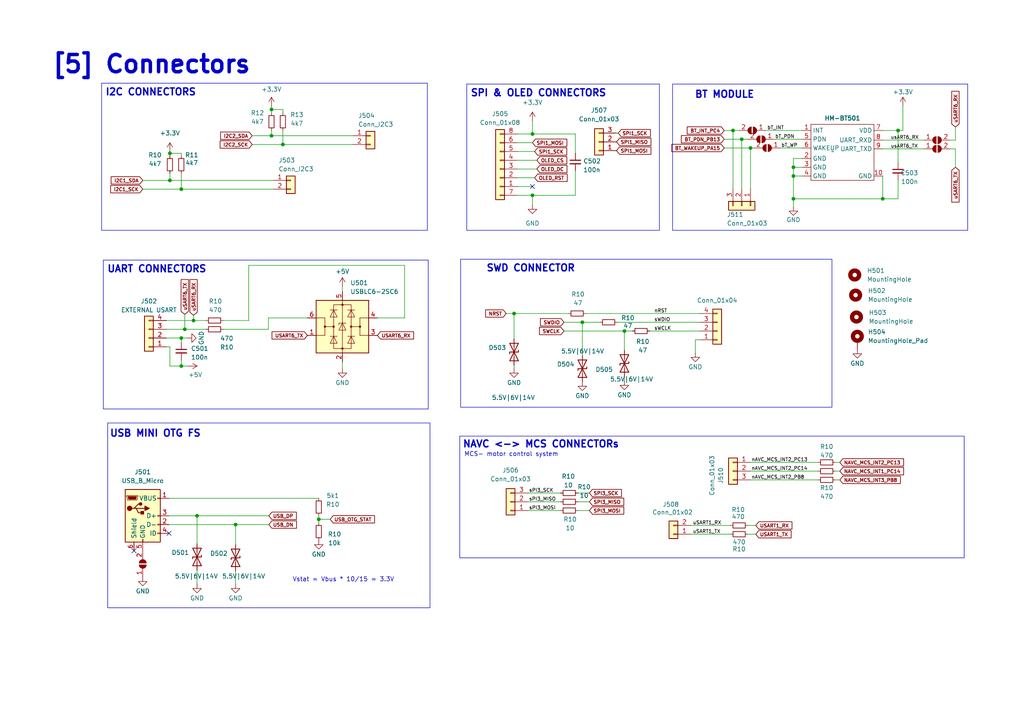
<source format=kicad_sch>
(kicad_sch (version 20230121) (generator eeschema)
  (paper "A4")
  (title_block (title "CONNECTORS"))
  (lib_symbols
    (symbol "Connector:USB_B_Micro" (pin_names (offset 1.016))
      (property "Reference" "J" (at -5.08 11.43 0))
      (property "Value" "USB_B_Micro" (at -5.08 8.89 0))
      (symbol "USB_B_Micro_0_1"
        (rectangle (start -5.08 -7.62) (end 5.08 7.62) (stroke (width 0.254)) (fill (type background)))
        (circle (center -3.81 2.159) (radius 0.635) (stroke (width 0.254)) (fill (type outline)))
        (circle (center -0.635 3.429) (radius 0.381) (stroke (width 0.254)) (fill (type outline)))
        (rectangle (start -0.127 -7.62) (end 0.127 -6.858))
        (polyline (pts (xy -1.905 2.159) (xy 0.635 2.159)) (stroke (width 0.254)))
        (polyline (pts (xy -3.175 2.159) (xy -2.54 2.159) (xy -1.27 3.429) (xy -0.635 3.429)) (stroke (width 0.254)))
        (polyline (pts (xy -2.54 2.159) (xy -1.905 2.159) (xy -1.27 0.889) (xy 0 0.889)) (stroke (width 0.254)))
        (polyline (pts (xy 0.635 2.794) (xy 0.635 1.524) (xy 1.905 2.159) (xy 0.635 2.794)) (stroke (width 0.254)) (fill (type outline)))
        (polyline (pts (xy -4.318 5.588) (xy -1.778 5.588) (xy -2.032 4.826) (xy -4.064 4.826) (xy -4.318 5.588)) (fill (type outline)))
        (polyline (pts (xy -4.699 5.842) (xy -4.699 5.588) (xy -4.445 4.826) (xy -4.445 4.572) (xy -1.651 4.572) (xy -1.651 4.826) (xy -1.397 5.588) (xy -1.397 5.842) (xy -4.699 5.842)))
        (rectangle (start 0.254 1.27) (end -0.508 0.508) (stroke (width 0.254)) (fill (type outline)))
        (rectangle (start 5.08 -5.207) (end 4.318 -4.953))
        (rectangle (start 5.08 -2.667) (end 4.318 -2.413))
        (rectangle (start 5.08 -0.127) (end 4.318 0.127))
        (rectangle (start 5.08 4.953) (end 4.318 5.207))
      )
      (symbol "USB_B_Micro_1_1"
        (pin power_out line (at 7.62 5.08 180) (length 2.54) (name "VBUS") (number "1"))
        (pin bidirectional line (at 7.62 -2.54 180) (length 2.54) (name "D-") (number "2"))
        (pin bidirectional line (at 7.62 0 180) (length 2.54) (name "D+") (number "3"))
        (pin passive line (at 7.62 -5.08 180) (length 2.54) (name "ID") (number "4"))
        (pin power_out line (at 0 -10.16 90) (length 2.54) (name "GND") (number "5"))
        (pin passive line (at -2.54 -10.16 90) (length 2.54) (name "Shield") (number "6"))
      )
    )
    (symbol "Connector_Generic:Conn_01x02" (pin_names (offset 1.016) hide)
      (property "Reference" "J" (at 0 2.54 0))
      (property "Value" "Conn_01x02" (at 0 -5.08 0))
      (symbol "Conn_01x02_1_1"
        (rectangle (start -1.27 -2.413) (end 0 -2.667) (stroke (width 0.1524)))
        (rectangle (start -1.27 0.127) (end 0 -0.127) (stroke (width 0.1524)))
        (rectangle (start -1.27 1.27) (end 1.27 -3.81) (stroke (width 0.254)) (fill (type background)))
        (pin passive line (at -5.08 0 0) (length 3.81) (name "Pin_1") (number "1"))
        (pin passive line (at -5.08 -2.54 0) (length 3.81) (name "Pin_2") (number "2"))
      )
    )
    (symbol "Connector_Generic:Conn_01x03" (pin_names (offset 1.016) hide)
      (property "Reference" "J" (at 0 5.08 0))
      (property "Value" "Conn_01x03" (at 0 -5.08 0))
      (symbol "Conn_01x03_1_1"
        (rectangle (start -1.27 -2.413) (end 0 -2.667) (stroke (width 0.1524)))
        (rectangle (start -1.27 0.127) (end 0 -0.127) (stroke (width 0.1524)))
        (rectangle (start -1.27 2.667) (end 0 2.413) (stroke (width 0.1524)))
        (rectangle (start -1.27 3.81) (end 1.27 -3.81) (stroke (width 0.254)) (fill (type background)))
        (pin passive line (at -5.08 2.54 0) (length 3.81) (name "Pin_1") (number "1"))
        (pin passive line (at -5.08 0 0) (length 3.81) (name "Pin_2") (number "2"))
        (pin passive line (at -5.08 -2.54 0) (length 3.81) (name "Pin_3") (number "3"))
      )
    )
    (symbol "Connector_Generic:Conn_01x04" (pin_names (offset 1.016) hide)
      (property "Reference" "J" (at 0 5.08 0))
      (property "Value" "Conn_01x04" (at 0 -7.62 0))
      (symbol "Conn_01x04_1_1"
        (rectangle (start -1.27 -4.953) (end 0 -5.207) (stroke (width 0.1524)))
        (rectangle (start -1.27 -2.413) (end 0 -2.667) (stroke (width 0.1524)))
        (rectangle (start -1.27 0.127) (end 0 -0.127) (stroke (width 0.1524)))
        (rectangle (start -1.27 2.667) (end 0 2.413) (stroke (width 0.1524)))
        (rectangle (start -1.27 3.81) (end 1.27 -6.35) (stroke (width 0.254)) (fill (type background)))
        (pin passive line (at -5.08 2.54 0) (length 3.81) (name "Pin_1") (number "1"))
        (pin passive line (at -5.08 0 0) (length 3.81) (name "Pin_2") (number "2"))
        (pin passive line (at -5.08 -2.54 0) (length 3.81) (name "Pin_3") (number "3"))
        (pin passive line (at -5.08 -5.08 0) (length 3.81) (name "Pin_4") (number "4"))
      )
    )
    (symbol "Connector_Generic:Conn_01x08" (pin_names (offset 1.016) hide)
      (property "Reference" "J3" (at 0 -16.002 0))
      (property "Value" "Conn_01x08" (at 0 -13.462 0))
      (symbol "Conn_01x08_1_1"
        (rectangle (start -1.27 -10.033) (end 0 -10.287) (stroke (width 0.1524)))
        (rectangle (start -1.27 -7.493) (end 0 -7.747) (stroke (width 0.1524)))
        (rectangle (start -1.27 -4.953) (end 0 -5.207) (stroke (width 0.1524)))
        (rectangle (start -1.27 -2.413) (end 0 -2.667) (stroke (width 0.1524)))
        (rectangle (start -1.27 0.127) (end 0 -0.127) (stroke (width 0.1524)))
        (rectangle (start -1.27 2.667) (end 0 2.413) (stroke (width 0.1524)))
        (rectangle (start -1.27 5.207) (end 0 4.953) (stroke (width 0.1524)))
        (rectangle (start -1.27 7.747) (end 0 7.493) (stroke (width 0.1524)))
        (rectangle (start -1.27 8.89) (end 1.27 -11.43) (stroke (width 0.254)) (fill (type background)))
        (pin passive line (at -5.08 5.08 0) (length 3.81) (name "Pin_1") (number "1"))
        (pin passive line (at -5.08 2.54 0) (length 3.81) (name "Pin_2") (number "2"))
        (pin passive line (at -5.08 0 0) (length 3.81) (name "Pin_3") (number "3"))
        (pin passive line (at -5.08 -2.54 0) (length 3.81) (name "Pin_4") (number "4"))
        (pin passive line (at -5.08 -5.08 0) (length 3.81) (name "Pin_5") (number "5"))
        (pin passive line (at -5.08 -7.62 0) (length 3.81) (name "Pin_6") (number "6"))
        (pin passive line (at -5.08 7.62 0) (length 3.81) (name "Pin_7") (number "7"))
        (pin passive line (at -5.08 -10.16 0) (length 3.81) (name "Pin_8") (number "8"))
      )
    )
    (symbol "Device:C_Small" (pin_numbers hide) (pin_names (offset 0.254) hide)
      (property "Reference" "C" (at 0.254 1.778 0))
      (property "Value" "C_Small" (at 0.254 -2.032 0))
      (symbol "C_Small_0_1"
        (polyline (pts (xy -1.524 -0.508) (xy 1.524 -0.508)) (stroke (width 0.3302)))
        (polyline (pts (xy -1.524 0.508) (xy 1.524 0.508)) (stroke (width 0.3048)))
      )
      (symbol "C_Small_1_1"
        (pin passive line (at 0 2.54 270) (length 2.032) (name "~") (number "1"))
        (pin passive line (at 0 -2.54 90) (length 2.032) (name "~") (number "2"))
      )
    )
    (symbol "Device:D_TVS" (pin_numbers hide) (pin_names (offset 1.016) hide)
      (property "Reference" "D" (at 0 2.54 0))
      (property "Value" "D_TVS" (at 0 -2.54 0))
      (symbol "D_TVS_0_1"
        (polyline (pts (xy 1.27 0) (xy -1.27 0)))
        (polyline (pts (xy 0.508 1.27) (xy 0 1.27) (xy 0 -1.27) (xy -0.508 -1.27)) (stroke (width 0.254)))
        (polyline (pts (xy -2.54 1.27) (xy -2.54 -1.27) (xy 2.54 1.27) (xy 2.54 -1.27) (xy -2.54 1.27)) (stroke (width 0.254)))
      )
      (symbol "D_TVS_1_1"
        (pin passive line (at -3.81 0 0) (length 2.54) (name "A1") (number "1"))
        (pin passive line (at 3.81 0 180) (length 2.54) (name "A2") (number "2"))
      )
    )
    (symbol "Device:R_Small" (pin_numbers hide) (pin_names (offset 0.254) hide)
      (property "Reference" "R" (at 0.762 0.508 0))
      (property "Value" "R_Small" (at 0.762 -1.016 0))
      (symbol "R_Small_0_1"
        (rectangle (start -0.762 1.778) (end 0.762 -1.778) (stroke (width 0.2032)))
      )
      (symbol "R_Small_1_1"
        (pin passive line (at 0 2.54 270) (length 0.762) (name "~") (number "1"))
        (pin passive line (at 0 -2.54 90) (length 0.762) (name "~") (number "2"))
      )
    )
    (symbol "Jumper:SolderJumper_2_Open" (pin_names (offset 0) hide)
      (property "Reference" "JP" (at 0 2.032 0))
      (property "Value" "SolderJumper_2_Open" (at 0 -2.54 0))
      (symbol "SolderJumper_2_Open_0_1"
        (arc (start -0.254 1.016) (mid -1.2656 0) (end -0.254 -1.016))
        (arc (start -0.254 1.016) (mid -1.2656 0) (end -0.254 -1.016) (fill (type outline)))
        (polyline (pts (xy -0.254 1.016) (xy -0.254 -1.016)))
        (polyline (pts (xy 0.254 1.016) (xy 0.254 -1.016)))
        (arc (start 0.254 -1.016) (mid 1.2656 0) (end 0.254 1.016))
        (arc (start 0.254 -1.016) (mid 1.2656 0) (end 0.254 1.016) (fill (type outline)))
      )
      (symbol "SolderJumper_2_Open_1_1"
        (pin passive line (at -3.81 0 0) (length 2.54) (name "A") (number "1"))
        (pin passive line (at 3.81 0 180) (length 2.54) (name "B") (number "2"))
      )
    )
    (symbol "Mechanical:MountingHole" (pin_names (offset 1.016))
      (property "Reference" "H" (at 0 5.08 0))
      (property "Value" "MountingHole" (at 0 3.175 0))
      (symbol "MountingHole_0_1"
        (circle (center 0 0) (radius 1.27) (stroke (width 1.27)))
      )
    )
    (symbol "Mechanical:MountingHole_Pad" (pin_numbers hide) (pin_names (offset 1.016) hide)
      (property "Reference" "H" (at 0 6.35 0))
      (property "Value" "MountingHole_Pad" (at 0 4.445 0))
      (symbol "MountingHole_Pad_0_1"
        (circle (center 0 1.27) (radius 1.27) (stroke (width 1.27)))
      )
      (symbol "MountingHole_Pad_1_1"
        (pin input line (at 0 -2.54 90) (length 2.54) (name "1") (number "1"))
      )
    )
    (symbol "Power_Protection:USBLC6-2SC6" (pin_names hide)
      (property "Reference" "U" (at 2.54 8.89 0))
      (property "Value" "USBLC6-2SC6" (at 2.54 -8.89 0))
      (symbol "USBLC6-2SC6_0_1"
        (rectangle (start -7.62 -7.62) (end 7.62 7.62) (stroke (width 0.254)) (fill (type background)))
        (circle (center -5.08 0) (radius 0.254) (fill (type outline)))
        (circle (center -2.54 0) (radius 0.254) (fill (type outline)))
        (rectangle (start -2.54 6.35) (end 2.54 -6.35))
        (circle (center 0 -6.35) (radius 0.254) (fill (type outline)))
        (polyline (pts (xy -5.08 -2.54) (xy -7.62 -2.54)))
        (polyline (pts (xy -5.08 0) (xy -5.08 -2.54)))
        (polyline (pts (xy -5.08 2.54) (xy -7.62 2.54)))
        (polyline (pts (xy -1.524 -2.794) (xy -3.556 -2.794)))
        (polyline (pts (xy -1.524 4.826) (xy -3.556 4.826)))
        (polyline (pts (xy 0 -7.62) (xy 0 -6.35)))
        (polyline (pts (xy 0 -6.35) (xy 0 1.27)))
        (polyline (pts (xy 0 1.27) (xy 0 6.35)))
        (polyline (pts (xy 0 6.35) (xy 0 7.62)))
        (polyline (pts (xy 1.524 -2.794) (xy 3.556 -2.794)))
        (polyline (pts (xy 1.524 4.826) (xy 3.556 4.826)))
        (polyline (pts (xy 5.08 -2.54) (xy 7.62 -2.54)))
        (polyline (pts (xy 5.08 0) (xy 5.08 -2.54)))
        (polyline (pts (xy 5.08 2.54) (xy 7.62 2.54)))
        (polyline (pts (xy -2.54 0) (xy -5.08 0) (xy -5.08 2.54)))
        (polyline (pts (xy 2.54 0) (xy 5.08 0) (xy 5.08 2.54)))
        (polyline (pts (xy -3.556 -4.826) (xy -1.524 -4.826) (xy -2.54 -2.794) (xy -3.556 -4.826)))
        (polyline (pts (xy -3.556 2.794) (xy -1.524 2.794) (xy -2.54 4.826) (xy -3.556 2.794)))
        (polyline (pts (xy -1.016 -1.016) (xy 1.016 -1.016) (xy 0 1.016) (xy -1.016 -1.016)))
        (polyline (pts (xy 1.016 1.016) (xy 0.762 1.016) (xy -1.016 1.016) (xy -1.016 0.508)))
        (polyline (pts (xy 3.556 -4.826) (xy 1.524 -4.826) (xy 2.54 -2.794) (xy 3.556 -4.826)))
        (polyline (pts (xy 3.556 2.794) (xy 1.524 2.794) (xy 2.54 4.826) (xy 3.556 2.794)))
        (circle (center 0 6.35) (radius 0.254) (fill (type outline)))
        (circle (center 2.54 0) (radius 0.254) (fill (type outline)))
        (circle (center 5.08 0) (radius 0.254) (fill (type outline)))
      )
      (symbol "USBLC6-2SC6_1_1"
        (pin passive line (at -10.16 -2.54 0) (length 2.54) (name "I/O1") (number "1"))
        (pin passive line (at 0 -10.16 90) (length 2.54) (name "GND") (number "2"))
        (pin passive line (at 10.16 -2.54 180) (length 2.54) (name "I/O2") (number "3"))
        (pin passive line (at 10.16 2.54 180) (length 2.54) (name "I/O2") (number "4"))
        (pin passive line (at 0 10.16 270) (length 2.54) (name "VBUS") (number "5"))
        (pin passive line (at -10.16 2.54 0) (length 2.54) (name "I/O1") (number "6"))
      )
    )
    (symbol "ai_lib:BT-HM4502"
      (property "Reference" "HM-BT4052" (at 0.254 9.652 0))
      (property "Value" "~" (at -2.54 0 0))
      (symbol "BT-HM4502_1_1"
        (rectangle (start -8.89 7.874) (end 9.398 -8.382))
        (pin input line (at -11.43 6.096 0) (length 2.54) (name "INT") (number "1"))
        (pin input line (at 11.938 -7.112 180) (length 2.54) (name "GND") (number "10"))
        (pin input line (at -11.43 -2.032 0) (length 2.54) (name "GND") (number "2"))
        (pin input line (at -11.43 -4.572 0) (length 2.54) (name "GND") (number "3"))
        (pin input line (at -11.43 -7.112 0) (length 2.54) (name "GND") (number "4"))
        (pin input line (at -11.43 3.556 0) (length 2.54) (name "PDN") (number "5"))
        (pin input line (at -11.43 1.016 0) (length 2.54) (name "WAKEUP") (number "6"))
        (pin input line (at 11.938 6.096 180) (length 2.54) (name "VDD") (number "7"))
        (pin input line (at 11.938 3.302 180) (length 2.54) (name "UART_RXD") (number "8"))
        (pin input line (at 11.938 0.762 180) (length 2.54) (name "UART_TXD") (number "9"))
      )
    )
    (symbol "power:+3.3V" (power) (pin_names (offset 0))
      (property "Value" "+3.3V" (at 0 3.556 0))
      (symbol "+3.3V_0_1"
        (polyline (pts (xy -0.762 1.27) (xy 0 2.54)))
        (polyline (pts (xy 0 0) (xy 0 2.54)))
        (polyline (pts (xy 0 2.54) (xy 0.762 1.27)))
      )
      (symbol "+3.3V_1_1"
        (pin power_in line (at 0 0 90) (length 0) hide (name "+3.3V") (number "1"))
      )
    )
    (symbol "power:+5V" (power) (pin_names (offset 0))
      (property "Value" "+5V" (at 0 3.556 0))
      (symbol "+5V_0_1"
        (polyline (pts (xy -0.762 1.27) (xy 0 2.54)))
        (polyline (pts (xy 0 0) (xy 0 2.54)))
        (polyline (pts (xy 0 2.54) (xy 0.762 1.27)))
      )
      (symbol "+5V_1_1"
        (pin power_in line (at 0 0 90) (length 0) hide (name "+5V") (number "1"))
      )
    )
    (symbol "power:GND" (power) (pin_names (offset 0))
      (property "Value" "GND" (at 0 -3.81 0))
      (symbol "GND_0_1"
        (polyline (pts (xy 0 0) (xy 0 -1.27) (xy 1.27 -1.27) (xy 0 -2.54) (xy -1.27 -1.27) (xy 0 -1.27)))
      )
      (symbol "GND_1_1"
        (pin power_in line (at 0 0 270) (length 0) hide (name "GND") (number "1"))
      )
    )
  )
  (junction (at 49.276 44.45))
  (junction (at 52.578 98.044))
  (junction (at 168.91 93.472))
  (junction (at 49.276 52.324))
  (junction (at 256.032 57.658))
  (junction (at 78.74 31.75))
  (junction (at 92.456 150.622))
  (junction (at 260.477 37.846))
  (junction (at 230.124 57.658))
  (junction (at 53.594 95.504))
  (junction (at 57.15 149.606))
  (junction (at 52.578 106.172))
  (junction (at 154.432 38.862))
  (junction (at 181.102 96.012))
  (junction (at 154.432 56.642))
  (junction (at 68.326 152.146))
  (junction (at 217.678 42.926))
  (junction (at 52.578 54.864))
  (junction (at 82.042 41.91))
  (junction (at 230.124 48.514))
  (junction (at 230.124 51.054))
  (junction (at 212.598 37.846))
  (junction (at 78.74 39.37))
  (junction (at 56.134 92.964))
  (junction (at 149.098 90.932))
  (junction (at 215.138 40.386))
  (no_connect (at 49.022 154.686))
  (no_connect (at 38.862 159.766))
  (no_connect (at 154.432 54.102))
  (wire (pts (xy 57.15 149.606) (xy 57.15 157.734)))
  (wire (pts (xy 49.276 45.212) (xy 49.276 44.45)))
  (wire (pts (xy 210.058 37.846) (xy 212.598 37.846)))
  (wire (pts (xy 163.576 93.472) (xy 168.91 93.472)))
  (wire (pts (xy 149.098 90.932) (xy 149.098 98.298)))
  (wire (pts (xy 170.942 148.082) (xy 167.64 148.082)))
  (wire (pts (xy 260.477 52.197) (xy 260.477 57.658)))
  (wire (pts (xy 52.578 104.394) (xy 52.578 106.172)))
  (wire (pts (xy 92.456 150.622) (xy 95.758 150.622)))
  (wire (pts (xy 146.812 90.932) (xy 149.098 90.932)))
  (wire (pts (xy 237.236 134.112) (xy 217.678 134.112)))
  (wire (pts (xy 200.406 154.94) (xy 211.836 154.94)))
  (wire (pts (xy 170.942 145.542) (xy 167.64 145.542)))
  (wire (pts (xy 52.578 50.292) (xy 52.578 54.864)))
  (wire (pts (xy 260.477 37.846) (xy 260.477 47.117)))
  (wire (pts (xy 150.114 56.642) (xy 154.432 56.642)))
  (wire (pts (xy 78.74 31.75) (xy 78.74 32.766)))
  (wire (pts (xy 168.91 93.472) (xy 168.91 103.124)))
  (wire (pts (xy 150.114 38.862) (xy 154.432 38.862)))
  (wire (pts (xy 277.114 36.83) (xy 277.114 40.64)))
  (wire (pts (xy 64.77 95.504) (xy 77.851 95.504)))
  (wire (pts (xy 166.878 38.862) (xy 154.432 38.862)))
  (wire (pts (xy 224.536 40.386) (xy 232.664 40.386)))
  (wire (pts (xy 230.124 48.514) (xy 230.124 51.054)))
  (wire (pts (xy 49.276 106.172) (xy 49.276 100.584)))
  (wire (pts (xy 117.348 76.962) (xy 72.136 76.962)))
  (wire (pts (xy 188.468 96.012) (xy 202.946 96.012)))
  (wire (pts (xy 57.15 165.354) (xy 57.15 169.418)))
  (wire (pts (xy 57.15 149.606) (xy 77.978 149.606)))
  (wire (pts (xy 99.314 106.934) (xy 99.314 104.902)))
  (wire (pts (xy 154.432 41.402) (xy 150.114 41.402)))
  (wire (pts (xy 52.578 98.044) (xy 48.26 98.044)))
  (wire (pts (xy 68.326 165.608) (xy 68.326 169.418)))
  (wire (pts (xy 49.276 44.45) (xy 52.578 44.45)))
  (wire (pts (xy 267.97 40.64) (xy 256.032 40.64)))
  (wire (pts (xy 277.114 43.18) (xy 275.59 43.18)))
  (wire (pts (xy 78.74 30.734) (xy 78.74 31.75)))
  (wire (pts (xy 92.456 149.606) (xy 92.456 150.622)))
  (wire (pts (xy 72.136 76.962) (xy 72.136 92.964)))
  (wire (pts (xy 56.134 91.44) (xy 56.134 92.964)))
  (wire (pts (xy 179.07 93.472) (xy 202.946 93.472)))
  (wire (pts (xy 49.276 106.172) (xy 52.578 106.172)))
  (wire (pts (xy 181.102 96.012) (xy 181.102 101.6)))
  (wire (pts (xy 52.578 44.45) (xy 52.578 45.212)))
  (wire (pts (xy 49.276 44.45) (xy 49.276 43.942)))
  (wire (pts (xy 68.326 152.146) (xy 68.326 157.988)))
  (wire (pts (xy 210.058 40.386) (xy 215.138 40.386)))
  (wire (pts (xy 243.586 139.192) (xy 242.316 139.192)))
  (wire (pts (xy 89.154 92.202) (xy 77.851 92.202)))
  (wire (pts (xy 260.477 37.846) (xy 261.874 37.846)))
  (wire (pts (xy 49.276 52.324) (xy 79.248 52.324)))
  (wire (pts (xy 166.878 44.45) (xy 166.878 38.862)))
  (wire (pts (xy 243.586 134.112) (xy 242.316 134.112)))
  (wire (pts (xy 256.032 51.054) (xy 256.032 57.658)))
  (wire (pts (xy 82.042 37.846) (xy 82.042 41.91)))
  (wire (pts (xy 41.402 52.324) (xy 49.276 52.324)))
  (wire (pts (xy 221.996 37.846) (xy 232.664 37.846)))
  (wire (pts (xy 155.067 51.562) (xy 150.114 51.562)))
  (wire (pts (xy 82.042 41.91) (xy 102.362 41.91)))
  (wire (pts (xy 217.678 54.61) (xy 217.678 42.926)))
  (wire (pts (xy 49.276 50.292) (xy 49.276 52.324)))
  (wire (pts (xy 68.326 152.146) (xy 77.978 152.146)))
  (wire (pts (xy 169.926 90.932) (xy 202.946 90.932)))
  (wire (pts (xy 54.356 98.044) (xy 52.578 98.044)))
  (wire (pts (xy 210.058 42.926) (xy 217.678 42.926)))
  (wire (pts (xy 260.477 57.658) (xy 256.032 57.658)))
  (wire (pts (xy 52.578 98.044) (xy 52.578 99.314)))
  (wire (pts (xy 149.098 90.932) (xy 164.846 90.932)))
  (wire (pts (xy 261.874 30.734) (xy 261.874 37.846)))
  (wire (pts (xy 162.56 143.002) (xy 153.162 143.002)))
  (wire (pts (xy 181.102 96.012) (xy 183.388 96.012)))
  (wire (pts (xy 78.74 39.37) (xy 102.362 39.37)))
  (wire (pts (xy 149.098 105.918) (xy 149.098 106.934)))
  (wire (pts (xy 73.152 41.91) (xy 82.042 41.91)))
  (wire (pts (xy 49.022 144.526) (xy 92.456 144.526)))
  (wire (pts (xy 170.942 143.002) (xy 167.64 143.002)))
  (wire (pts (xy 53.594 95.504) (xy 48.26 95.504)))
  (wire (pts (xy 78.74 31.75) (xy 82.042 31.75)))
  (wire (pts (xy 49.276 100.584) (xy 48.26 100.584)))
  (wire (pts (xy 49.022 149.606) (xy 57.15 149.606)))
  (wire (pts (xy 155.702 46.482) (xy 150.114 46.482)))
  (wire (pts (xy 232.664 48.514) (xy 230.124 48.514)))
  (wire (pts (xy 155.067 43.942) (xy 150.114 43.942)))
  (wire (pts (xy 211.836 152.4) (xy 200.406 152.4)))
  (wire (pts (xy 168.91 93.472) (xy 173.99 93.472)))
  (wire (pts (xy 217.678 42.926) (xy 218.694 42.926)))
  (wire (pts (xy 154.432 54.102) (xy 150.114 54.102)))
  (wire (pts (xy 162.56 145.542) (xy 153.162 145.542)))
  (wire (pts (xy 99.314 83.058) (xy 99.314 84.582)))
  (wire (pts (xy 212.598 37.846) (xy 214.376 37.846)))
  (wire (pts (xy 230.124 51.054) (xy 230.124 57.658)))
  (wire (pts (xy 117.348 92.202) (xy 117.348 76.962)))
  (wire (pts (xy 109.474 92.202) (xy 117.348 92.202)))
  (wire (pts (xy 267.97 43.18) (xy 256.032 43.18)))
  (wire (pts (xy 52.578 54.864) (xy 79.248 54.864)))
  (wire (pts (xy 237.236 136.652) (xy 217.678 136.652)))
  (wire (pts (xy 277.114 48.514) (xy 277.114 43.18)))
  (wire (pts (xy 154.432 56.642) (xy 166.878 56.642)))
  (wire (pts (xy 215.138 40.386) (xy 216.916 40.386)))
  (wire (pts (xy 201.676 98.552) (xy 201.676 102.362)))
  (wire (pts (xy 155.702 49.022) (xy 150.114 49.022)))
  (wire (pts (xy 56.134 92.964) (xy 48.26 92.964)))
  (wire (pts (xy 216.916 152.4) (xy 219.202 152.4)))
  (wire (pts (xy 49.022 152.146) (xy 68.326 152.146)))
  (wire (pts (xy 256.032 57.658) (xy 230.124 57.658)))
  (wire (pts (xy 226.314 42.926) (xy 232.664 42.926)))
  (wire (pts (xy 154.432 35.052) (xy 154.432 38.862)))
  (wire (pts (xy 64.77 92.964) (xy 72.136 92.964)))
  (wire (pts (xy 53.594 95.504) (xy 59.69 95.504)))
  (wire (pts (xy 163.576 96.012) (xy 181.102 96.012)))
  (wire (pts (xy 202.946 98.552) (xy 201.676 98.552)))
  (wire (pts (xy 181.102 109.22) (xy 181.102 110.49)))
  (wire (pts (xy 41.402 54.864) (xy 52.578 54.864)))
  (wire (pts (xy 59.69 92.964) (xy 56.134 92.964)))
  (wire (pts (xy 230.124 51.054) (xy 232.664 51.054)))
  (wire (pts (xy 92.456 150.622) (xy 92.456 151.638)))
  (wire (pts (xy 212.598 37.846) (xy 212.598 54.61)))
  (wire (pts (xy 277.114 40.64) (xy 275.59 40.64)))
  (wire (pts (xy 216.916 154.94) (xy 219.202 154.94)))
  (wire (pts (xy 230.124 57.658) (xy 230.124 59.944)))
  (wire (pts (xy 154.432 56.642) (xy 154.432 59.436)))
  (wire (pts (xy 82.042 31.75) (xy 82.042 32.766)))
  (wire (pts (xy 166.878 56.642) (xy 166.878 49.53)))
  (wire (pts (xy 53.594 91.186) (xy 53.594 95.504)))
  (wire (pts (xy 73.152 39.37) (xy 78.74 39.37)))
  (wire (pts (xy 230.124 45.974) (xy 230.124 48.514)))
  (wire (pts (xy 256.032 37.846) (xy 260.477 37.846)))
  (wire (pts (xy 215.138 40.386) (xy 215.138 54.61)))
  (wire (pts (xy 52.578 106.172) (xy 54.61 106.172)))
  (wire (pts (xy 77.851 92.202) (xy 77.851 95.504)))
  (wire (pts (xy 78.74 37.846) (xy 78.74 39.37)))
  (wire (pts (xy 232.664 45.974) (xy 230.124 45.974)))
  (wire (pts (xy 243.586 136.652) (xy 242.316 136.652)))
  (wire (pts (xy 162.56 148.082) (xy 153.162 148.082)))
  (wire (pts (xy 179.324 38.608) (xy 178.816 38.608)))
  (wire (pts (xy 217.678 139.192) (xy 237.236 139.192)))
  (rectangle (start 29.464 24.13) (end 123.952 66.802))
  (rectangle (start 133.35 126.492) (end 279.654 161.798))
  (rectangle (start 195.072 24.384) (end 280.67 66.802))
  (rectangle (start 135.382 24.384) (end 191.262 66.802))
  (rectangle (start 133.604 75.184) (end 241.3 118.11))
  (rectangle (start 29.972 75.438) (end 124.206 118.618))
  (rectangle (start 31.242 122.682) (end 124.714 176.276))
  (text "[5] Connectors\n" (at 14.859 21.717 0) (effects (font (size 5 5) bold) (justify left bottom)))
  (text "I2C CONNECTORS\n\n" (at 30.48 31.242 0) (effects (font (size 2 2) bold) (justify left bottom)))
  (text "MCS- motor control system" (at 134.62 132.588 0) (effects (font (size 1.27 1.27)) (justify left bottom)))
  (text "NAVC <-> MCS CONNECTORs\n\n" (at 134.112 133.35 0) (effects (font (size 2 2) bold) (justify left bottom)))
  (text "BT MODULE\n" (at 201.422 28.702 0) (effects (font (size 2 2) bold) (justify left bottom)))
  (text "Vstat = Vbus * 10/15 = 3.3V " (at 84.836 168.91 0) (effects (font (size 1.27 1.27)) (justify left bottom)))
  (text "SWD CONNECTOR\n\n" (at 140.97 82.296 0) (effects (font (size 2 2) bold) (justify left bottom)))
  (text "SPI & OLED CONNECTORS\n\n" (at 136.398 31.496 0) (effects (font (size 2 2) bold) (justify left bottom)))
  (text "UART CONNECTORS\n\n" (at 30.988 82.55 0) (effects (font (size 2 2) bold) (justify left bottom)))
  (text "USB MINI OTG FS" (at 31.75 127 0) (effects (font (size 2 2) bold) (justify left bottom)))
  (label "nAVC_MCS_INT2_PC13" (at 217.932 134.112 0) (effects (font (size 1 1))))
  (label "sPI3_SCK" (at 153.416 143.002 0) (effects (font (size 1 1))))
  (label "bT_PDN" (at 224.79 40.386 0) (effects (font (size 1 1))))
  (label "nRST" (at 189.738 90.932 0) (effects (font (size 1 1))))
  (label "sWDIO" (at 189.738 93.472 0) (effects (font (size 1 1))))
  (label "sPI3_MOSI" (at 153.416 148.082 0) (effects (font (size 1 1))))
  (label "nAVC_MCS_INT2_PB8" (at 217.932 139.192 0) (effects (font (size 1 1))))
  (label "usART6_TX" (at 258.318 43.18 0) (effects (font (size 1 1))))
  (label "sPI3_MISO" (at 153.416 145.542 0) (effects (font (size 1 1))))
  (label "bT_INT" (at 222.504 37.846 0) (effects (font (size 1 1))))
  (label "uSART1_TX" (at 200.914 154.94 0) (effects (font (size 1 1))))
  (label "bT_WP" (at 226.568 42.926 0) (effects (font (size 1 1))))
  (label "nAVC_MCS_INT2_PC14" (at 217.932 136.652 0) (effects (font (size 1 1))))
  (label "usART6_RX" (at 258.318 40.64 0) (effects (font (size 1 1))))
  (label "sWCLK" (at 189.738 96.012 0) (effects (font (size 1 1))))
  (label "uSART1_RX" (at 200.914 152.4 0) (effects (font (size 1 1))))
  (global_label "I2C1_SDA" (shape input) (at 41.402 52.324 180) (effects (font (size 1 1) (thickness 0.2) bold)) (property "Intersheetrefs" "${INTERSHEET_REFS}" (effects hide)))
  (global_label "USB_OTG_STAT" (shape input) (at 95.758 150.622 0) (effects (font (size 1 1) (thickness 0.2) bold)) (property "Intersheetrefs" "${INTERSHEET_REFS}" (effects hide)))
  (global_label "uSART6_RX" (shape input) (at 56.134 91.44 90) (effects (font (size 1 1) (thickness 0.2) bold)) (property "Intersheetrefs" "${INTERSHEET_REFS}" (effects hide)))
  (global_label "BT_WAKEUP_PA15" (shape input) (at 210.058 42.926 180) (effects (font (size 1 1) (thickness 0.2) bold)) (property "Intersheetrefs" "${INTERSHEET_REFS}" (effects hide)))
  (global_label "BT_INT_PC4" (shape input) (at 210.058 37.846 180) (effects (font (size 1 1) (thickness 0.2) bold)) (property "Intersheetrefs" "${INTERSHEET_REFS}" (effects hide)))
  (global_label "USB_DP" (shape input) (at 77.978 149.606 0) (effects (font (size 1 1) (thickness 0.2) bold)) (property "Intersheetrefs" "${INTERSHEET_REFS}" (effects hide)))
  (global_label "NRST" (shape input) (at 146.812 90.932 180) (effects (font (size 1 1) (thickness 0.2) bold)) (property "Intersheetrefs" "${INTERSHEET_REFS}" (effects hide)))
  (global_label "OLED_CS" (shape input) (at 155.702 46.482 0) (effects (font (size 1 1) (thickness 0.2) bold)) (property "Intersheetrefs" "${INTERSHEET_REFS}" (effects hide)))
  (global_label "USART1_TX" (shape input) (at 219.202 154.94 0) (effects (font (size 1 1) (thickness 0.2) bold)) (property "Intersheetrefs" "${INTERSHEET_REFS}" (effects hide)))
  (global_label "NAVC_MCS_INT3_PB8" (shape input) (at 243.586 139.192 0) (effects (font (size 1 1) (thickness 0.2) bold)) (property "Intersheetrefs" "${INTERSHEET_REFS}" (effects hide)))
  (global_label "uSART6_RX" (shape input) (at 277.114 36.83 90) (effects (font (size 1 1) (thickness 0.2) bold)) (property "Intersheetrefs" "${INTERSHEET_REFS}" (effects hide)))
  (global_label "USART1_RX" (shape input) (at 219.202 152.4 0) (effects (font (size 1 1) (thickness 0.2) bold)) (property "Intersheetrefs" "${INTERSHEET_REFS}" (effects hide)))
  (global_label "NAVC_MCS_INT1_PC14" (shape input) (at 243.586 136.652 0) (effects (font (size 1 1) (thickness 0.2) bold)) (property "Intersheetrefs" "${INTERSHEET_REFS}" (effects hide)))
  (global_label "I2C2_SCK" (shape input) (at 73.152 41.91 180) (effects (font (size 1 1) (thickness 0.2) bold)) (property "Intersheetrefs" "${INTERSHEET_REFS}" (effects hide)))
  (global_label "I2C1_SCK" (shape input) (at 41.402 54.864 180) (effects (font (size 1 1) (thickness 0.2) bold)) (property "Intersheetrefs" "${INTERSHEET_REFS}" (effects hide)))
  (global_label "SPI1_SCK" (shape input) (at 179.324 38.608 0) (effects (font (size 1 1) (thickness 0.2) bold)) (property "Intersheetrefs" "${INTERSHEET_REFS}" (effects hide)))
  (global_label "SPI1_SCK" (shape input) (at 155.067 43.942 0) (effects (font (size 1 1) (thickness 0.2) bold)) (property "Intersheetrefs" "${INTERSHEET_REFS}" (effects hide)))
  (global_label "BT_PDN_PB13" (shape input) (at 210.058 40.386 180) (effects (font (size 1 1) (thickness 0.2) bold)) (property "Intersheetrefs" "${INTERSHEET_REFS}" (effects hide)))
  (global_label "USART6_TX" (shape input) (at 89.154 97.282 180) (effects (font (size 1 1) (thickness 0.2) bold)) (property "Intersheetrefs" "${INTERSHEET_REFS}" (effects hide)))
  (global_label "SWDIO" (shape input) (at 163.576 93.472 180) (effects (font (size 1 1) (thickness 0.2) bold)) (property "Intersheetrefs" "${INTERSHEET_REFS}" (effects hide)))
  (global_label "OLED_RST" (shape input) (at 155.067 51.562 0) (effects (font (size 1 1) (thickness 0.2) bold)) (property "Intersheetrefs" "${INTERSHEET_REFS}" (effects hide)))
  (global_label "OLED_DC" (shape input) (at 155.702 49.022 0) (effects (font (size 1 1) (thickness 0.2) bold)) (property "Intersheetrefs" "${INTERSHEET_REFS}" (effects hide)))
  (global_label "uSART6_TX" (shape input) (at 53.594 91.186 90) (effects (font (size 1 1) (thickness 0.2) bold)) (property "Intersheetrefs" "${INTERSHEET_REFS}" (effects hide)))
  (global_label "SPI3_SCK" (shape input) (at 170.942 143.002 0) (effects (font (size 1 1) (thickness 0.2) bold)) (property "Intersheetrefs" "${INTERSHEET_REFS}" (effects hide)))
  (global_label "SPI1_MISO" (shape input) (at 178.816 41.148 0) (effects (font (size 1 1) (thickness 0.2) bold)) (property "Intersheetrefs" "${INTERSHEET_REFS}" (effects hide)))
  (global_label "NAVC_MCS_INT2_PC13" (shape input) (at 243.586 134.112 0) (effects (font (size 1 1) (thickness 0.2) bold)) (property "Intersheetrefs" "${INTERSHEET_REFS}" (effects hide)))
  (global_label "SPI3_MOSI" (shape input) (at 170.942 148.082 0) (effects (font (size 1 1) (thickness 0.2) bold)) (property "Intersheetrefs" "${INTERSHEET_REFS}" (effects hide)))
  (global_label "I2C2_SDA" (shape input) (at 73.152 39.37 180) (effects (font (size 1 1) (thickness 0.2) bold)) (property "Intersheetrefs" "${INTERSHEET_REFS}" (effects hide)))
  (global_label "SPI3_MISO" (shape input) (at 170.942 145.542 0) (effects (font (size 1 1) (thickness 0.2) bold)) (property "Intersheetrefs" "${INTERSHEET_REFS}" (effects hide)))
  (global_label "SPI1_MOSI" (shape input) (at 154.432 41.402 0) (effects (font (size 1 1) (thickness 0.2) bold)) (property "Intersheetrefs" "${INTERSHEET_REFS}" (effects hide)))
  (global_label "SWCLK" (shape input) (at 163.576 96.012 180) (effects (font (size 1 1) (thickness 0.2) bold)) (property "Intersheetrefs" "${INTERSHEET_REFS}" (effects hide)))
  (global_label "SPI1_MOSI" (shape input) (at 178.816 43.688 0) (effects (font (size 1 1) (thickness 0.2) bold)) (property "Intersheetrefs" "${INTERSHEET_REFS}" (effects hide)))
  (global_label "uSART6_TX" (shape input) (at 277.114 48.514 270) (effects (font (size 1 1) (thickness 0.2) bold)) (property "Intersheetrefs" "${INTERSHEET_REFS}" (effects hide)))
  (global_label "USB_DN" (shape input) (at 77.978 152.146 0) (effects (font (size 1 1) (thickness 0.2) bold)) (property "Intersheetrefs" "${INTERSHEET_REFS}" (effects hide)))
  (global_label "USART6_RX" (shape input) (at 109.474 97.282 0) (effects (font (size 1 1) (thickness 0.2) bold)) (property "Intersheetrefs" "${INTERSHEET_REFS}" (effects hide)))
  (symbol (lib_id "Connector_Generic:Conn_01x04") (at 208.026 96.012 0) (mirror x) (unit 1)
    (property "Reference" "J8" (effects hide))
    (property "Value" "Conn_01x04" (at 208.026 87.122 0))
    (property "Footprint" "Connector_PinHeader_2.54mm:PinHeader_1x04_P2.54mm_Vertical" (effects hide))
    (instances (project "SYSTEM_KONTROLI_LOTU" (path "" (reference "J509") (unit 1))))
  )
  (symbol (lib_id "Connector_Generic:Conn_01x08") (at 145.034 49.022 180) (unit 1)
    (property "Reference" "J3" (at 145.034 33.02 0))
    (property "Value" "Conn_01x08" (at 145.034 35.56 0))
    (property "Footprint" "Connector_PinHeader_2.54mm:PinHeader_1x08_P2.54mm_Vertical" (effects hide))
    (instances (project "SYSTEM_KONTROLI_LOTU" (path "" (reference "J505") (unit 1))))
  )
  (symbol (lib_id "Jumper:SolderJumper_2_Open") (at 271.78 40.64 0) (unit 1)
    (property "Reference" "JP8" (effects hide))
    (property "Value" "SolderJumper_2_Open" (effects hide))
    (property "Footprint" "Jumper:SolderJumper-2_P1.3mm_Open_TrianglePad1.0x1.5mm" (effects hide))
    (instances (project "SYSTEM_KONTROLI_LOTU" (path "" (reference "JP505") (unit 1))))
  )
  (symbol (lib_id "power:+3.3V") (at 154.432 35.052 0) (unit 1)
    (property "Reference" "#PWR019" (effects hide))
    (property "Value" "+3.3V" (at 154.432 29.718 0))
    (instances (project "SYSTEM_KONTROLI_LOTU" (path "" (reference "#PWR019") (unit 1)) (path "" (reference "#PWR0512") (unit 1))))
  )
  (symbol (lib_id "Connector_Generic:Conn_01x04") (at 43.18 98.044 180) (unit 1)
    (property "Reference" "J5" (at 43.18 87.376 0))
    (property "Value" "EXTERNAL USART" (at 43.18 89.916 0))
    (property "Footprint" "Connector_PinHeader_2.54mm:PinHeader_1x04_P2.54mm_Vertical" (effects hide))
    (instances (project "SYSTEM_KONTROLI_LOTU" (path "" (reference "J502") (unit 1))))
  )
  (symbol (lib_id "power:GND") (at 57.15 169.418 0) (unit 1)
    (property "Reference" "#PWR015" (effects hide))
    (property "Value" "GND" (at 57.15 173.482 0))
    (instances (project "SYSTEM_KONTROLI_LOTU" (path "" (reference "#PWR0505") (unit 1))))
  )
  (symbol (lib_id "power:GND") (at 41.402 167.386 0) (unit 1)
    (property "Reference" "#PWR034" (effects hide))
    (property "Value" "GND" (at 41.402 171.45 0))
    (instances (project "SYSTEM_KONTROLI_LOTU" (path "" (reference "#PWR0501") (unit 1))))
  )
  (symbol (lib_id "power:GND") (at 92.456 156.718 0) (unit 1)
    (property "Reference" "#PWR022" (effects hide))
    (property "Value" "GND" (at 92.456 160.782 0))
    (instances (project "SYSTEM_KONTROLI_LOTU" (path "" (reference "#PWR0508") (unit 1))))
  )
  (symbol (lib_id "Connector_Generic:Conn_01x02") (at 195.326 154.94 180) (unit 1)
    (property "Reference" "J9" (at 194.564 146.304 0))
    (property "Value" "Conn_01x02" (at 195.072 148.59 0))
    (property "Footprint" "Connector_PinHeader_2.54mm:PinHeader_1x02_P2.54mm_Vertical" (effects hide))
    (instances (project "SYSTEM_KONTROLI_LOTU" (path "" (reference "J508") (unit 1))))
  )
  (symbol (lib_id "Connector:USB_B_Micro") (at 41.402 149.606 0) (unit 1)
    (property "Reference" "J11" (at 41.402 136.906 0))
    (property "Value" "USB_B_Micro" (at 41.402 139.446 0))
    (property "Footprint" "SamacSys_Parts:ZX62DB5PA830" (effects hide))
    (instances (project "SYSTEM_KONTROLI_LOTU" (path "" (reference "J501") (unit 1))))
  )
  (symbol (lib_id "Device:R_Small") (at 92.456 147.066 0) (mirror y) (unit 1)
    (property "Reference" "R10" (at 96.52 146.304 0))
    (property "Value" "5k1" (at 96.52 143.764 0))
    (property "Footprint" "Resistor_SMD:R_0402_1005Metric" (effects hide))
    (property "LCSC PART #" "C25905" (effects hide))
    (property "JLCPCB Part #" "C25905" (effects hide))
    (instances (project "SYSTEM_KONTROLI_LOTU" (path "" (reference "R10") (unit 1)) (path "" (reference "R507") (unit 1))))
  )
  (symbol (lib_id "power:GND") (at 154.432 59.436 0) (unit 1)
    (property "Reference" "#PWR023" (effects hide))
    (property "Value" "GND" (at 154.432 64.77 0))
    (instances (project "SYSTEM_KONTROLI_LOTU" (path "" (reference "#PWR0513") (unit 1))))
  )
  (symbol (lib_id "Device:R_Small") (at 214.376 152.4 270) (unit 1)
    (property "Reference" "R10" (at 214.122 147.828 90))
    (property "Value" "470" (at 214.122 149.86 90))
    (property "Footprint" "Resistor_SMD:R_0402_1005Metric" (effects hide))
    (property "LCSC PART #" "C25117" (effects hide))
    (property "JLCPCB Part #" "C25117" (effects hide))
    (instances (project "SYSTEM_KONTROLI_LOTU" (path "" (reference "R10") (unit 1)) (path "" (reference "R515") (unit 1))))
  )
  (symbol (lib_id "power:+3.3V") (at 49.276 43.942 0) (unit 1)
    (property "Reference" "#PWR017" (effects hide))
    (property "Value" "+3.3V" (at 49.276 38.608 0))
    (instances (project "SYSTEM_KONTROLI_LOTU" (path "" (reference "#PWR017") (unit 1)) (path "" (reference "#PWR0502") (unit 1))))
  )
  (symbol (lib_id "Device:R_Small") (at 239.776 136.652 90) (mirror x) (unit 1)
    (property "Reference" "R10" (effects hide))
    (property "Value" "470" (effects hide))
    (property "Footprint" "Resistor_SMD:R_0402_1005Metric" (effects hide))
    (property "LCSC PART #" "C25117" (effects hide))
    (property "JLCPCB Part #" "C25117" (effects hide))
    (instances (project "SYSTEM_KONTROLI_LOTU" (path "" (reference "R10") (unit 1)) (path "" (reference "R518") (unit 1))))
  )
  (symbol (lib_id "Device:R_Small") (at 62.23 92.964 270) (unit 1)
    (property "Reference" "R10" (at 62.484 87.376 90))
    (property "Value" "470" (at 62.484 89.916 90))
    (property "Footprint" "Resistor_SMD:R_0402_1005Metric" (effects hide))
    (property "LCSC PART #" "C25117" (effects hide))
    (property "JLCPCB Part #" "C25117" (effects hide))
    (instances (project "SYSTEM_KONTROLI_LOTU" (path "" (reference "R10") (unit 1)) (path "" (reference "R503") (unit 1))))
  )
  (symbol (lib_id "power:+5V") (at 54.61 106.172 270) (unit 1)
    (property "Reference" "#PWR025" (effects hide))
    (property "Value" "+5V" (at 54.61 108.712 90) (effects (justify left)))
    (instances (project "SYSTEM_KONTROLI_LOTU" (path "" (reference "#PWR0504") (unit 1))))
  )
  (symbol (lib_id "Device:R_Small") (at 165.1 143.002 90) (mirror x) (unit 1)
    (property "Reference" "R10" (at 164.846 138.176 90))
    (property "Value" "10" (at 164.846 140.716 90))
    (property "Footprint" "Resistor_SMD:R_0402_1005Metric" (effects hide))
    (property "LCSC PART #" "C25077" (effects hide))
    (property "JLCPCB Part #" "C25077" (effects hide))
    (instances (project "SYSTEM_KONTROLI_LOTU" (path "" (reference "R10") (unit 1)) (path "" (reference "R509") (unit 1))))
  )
  (symbol (lib_id "power:GND") (at 68.326 169.418 0) (unit 1)
    (property "Reference" "#PWR040" (effects hide))
    (property "Value" "GND" (at 68.326 173.482 0))
    (instances (project "SYSTEM_KONTROLI_LOTU" (path "" (reference "#PWR0506") (unit 1))))
  )
  (symbol (lib_id "Device:R_Small") (at 82.042 35.306 180) (unit 1)
    (property "Reference" "R13" (at 86.106 33.274 0))
    (property "Value" "4k7" (at 86.106 35.814 0))
    (property "Footprint" "Resistor_SMD:R_0402_1005Metric" (effects hide))
    (property "LCSC PART #" "C25900" (effects hide))
    (property "JLCPCB Part #" "C25900" (effects hide))
    (instances (project "SYSTEM_KONTROLI_LOTU" (path "" (reference "R13") (unit 1)) (path "" (reference "R506") (unit 1))))
  )
  (symbol (lib_id "power:GND") (at 168.91 110.744 0) (unit 1)
    (property "Reference" "#PWR027" (effects hide))
    (property "Value" "GND" (at 168.91 114.808 0))
    (instances (project "SYSTEM_KONTROLI_LOTU" (path "" (reference "#PWR0514") (unit 1))))
  )
  (symbol (lib_id "Connector_Generic:Conn_01x02") (at 107.442 39.37 0) (unit 1)
    (property "Reference" "J7" (at 103.886 33.528 0) (effects (justify left)))
    (property "Value" "Conn_I2C3" (at 103.886 36.068 0) (effects (justify left)))
    (property "Footprint" "Connector_PinHeader_2.54mm:PinHeader_1x02_P2.54mm_Vertical" (effects hide))
    (instances (project "SYSTEM_KONTROLI_LOTU" (path "" (reference "J504") (unit 1))))
  )
  (symbol (lib_id "power:GND") (at 201.676 102.362 0) (unit 1)
    (property "Reference" "#PWR026" (effects hide))
    (property "Value" "GND" (at 201.676 106.426 0))
    (instances (project "SYSTEM_KONTROLI_LOTU" (path "" (reference "#PWR0516") (unit 1))))
  )
  (symbol (lib_id "power:GND") (at 149.098 106.934 0) (unit 1)
    (property "Reference" "#PWR048" (effects hide))
    (property "Value" "GND" (at 149.098 110.998 0))
    (instances (project "SYSTEM_KONTROLI_LOTU" (path "" (reference "#PWR0511") (unit 1))))
  )
  (symbol (lib_id "Mechanical:MountingHole") (at 248.158 85.598 0) (unit 1)
    (property "Reference" "H2" (at 251.714 84.328 0) (effects (justify left)))
    (property "Value" "MountingHole" (at 251.714 86.868 0) (effects (justify left)))
    (property "Footprint" "MountingHole:MountingHole_2.7mm_Pad_Via" (effects hide))
    (instances (project "SYSTEM_KONTROLI_LOTU" (path "" (reference "H502") (unit 1))))
  )
  (symbol (lib_id "Device:R_Small") (at 92.456 154.178 0) (mirror x) (unit 1)
    (property "Reference" "R10" (at 97.028 154.94 0))
    (property "Value" "10k" (at 97.028 157.48 0))
    (property "Footprint" "Resistor_SMD:R_0402_1005Metric" (effects hide))
    (property "LCSC PART #" "C25744" (effects hide))
    (property "JLCPCB Part #" "C25744" (effects hide))
    (instances (project "SYSTEM_KONTROLI_LOTU" (path "" (reference "R10") (unit 1)) (path "" (reference "R508") (unit 1))))
  )
  (symbol (lib_id "Device:D_TVS") (at 149.098 102.108 270) (mirror x) (unit 1)
    (property "Reference" "D201" (at 146.812 100.838 90) (effects (justify right)))
    (property "Value" "5.5V|6V|14V" (at 155.194 115.316 90) (effects (justify right)))
    (property "Footprint" "Diode_SMD:D_0402_1005Metric" (effects hide))
    (instances (project "SYSTEM_KONTROLI_LOTU" (path "" (reference "D503") (unit 1))))
  )
  (symbol (lib_id "power:+3.3V") (at 261.874 30.734 0) (unit 1)
    (property "Reference" "#PWR019" (effects hide))
    (property "Value" "+3.3V" (at 261.874 26.67 0))
    (instances (project "SYSTEM_KONTROLI_LOTU" (path "" (reference "#PWR019") (unit 1)) (path "" (reference "#PWR0519") (unit 1))))
  )
  (symbol (lib_id "power:GND") (at 230.124 59.944 0) (unit 1)
    (property "Reference" "#PWR032" (effects hide))
    (property "Value" "GND" (at 230.124 63.754 0))
    (instances (project "SYSTEM_KONTROLI_LOTU" (path "" (reference "#PWR0517") (unit 1))))
  )
  (symbol (lib_id "Connector_Generic:Conn_01x03") (at 215.138 59.69 270) (unit 1)
    (property "Reference" "J1" (at 210.82 62.23 90) (effects (justify left)))
    (property "Value" "Conn_01x03" (at 210.82 64.77 90) (effects (justify left)))
    (property "Footprint" "Connector_PinHeader_2.54mm:PinHeader_1x03_P2.54mm_Vertical" (effects hide))
    (instances (project "SYSTEM_KONTROLI_LOTU" (path "" (reference "J511") (unit 1))))
  )
  (symbol (lib_id "Connector_Generic:Conn_01x03") (at 148.082 145.542 180) (unit 1)
    (property "Reference" "J13" (at 148.082 136.398 0))
    (property "Value" "Conn_01x03" (at 148.082 138.938 0))
    (property "Footprint" "Connector_PinHeader_2.54mm:PinHeader_1x03_P2.54mm_Vertical" (effects hide))
    (instances (project "SYSTEM_KONTROLI_LOTU" (path "" (reference "J506") (unit 1))))
  )
  (symbol (lib_id "Device:D_TVS") (at 181.102 105.41 270) (mirror x) (unit 1)
    (property "Reference" "D4" (at 177.8 107.188 90) (effects (justify right)))
    (property "Value" "5.5V|6V|14V" (at 189.484 109.982 90) (effects (justify right)))
    (property "Footprint" "Diode_SMD:D_0402_1005Metric" (effects hide))
    (instances (project "SYSTEM_KONTROLI_LOTU" (path "" (reference "D505") (unit 1))))
  )
  (symbol (lib_id "ai_lib:BT-HM4502") (at 244.094 43.942 0) (unit 1)
    (property "Reference" "HM-BT4052" (at 244.348 34.29 0) (effects (font bold)))
    (property "Value" "~" (at 241.554 43.942 0))
    (property "Footprint" "Adam_lib:HM-BT4052" (effects hide))
    (instances (project "SYSTEM_KONTROLI_LOTU" (path "" (reference "HM-BT501") (unit 1))))
  )
  (symbol (lib_id "Device:R_Small") (at 239.776 134.112 90) (mirror x) (unit 1)
    (property "Reference" "R10" (at 239.776 129.54 90))
    (property "Value" "470" (at 239.776 132.08 90))
    (property "Footprint" "Resistor_SMD:R_0402_1005Metric" (effects hide))
    (property "LCSC PART #" "C25117" (effects hide))
    (property "JLCPCB Part #" "C25117" (effects hide))
    (instances (project "SYSTEM_KONTROLI_LOTU" (path "" (reference "R10") (unit 1)) (path "" (reference "R517") (unit 1))))
  )
  (symbol (lib_id "power:+5V") (at 99.314 83.058 0) (unit 1)
    (property "Reference" "#PWR039" (effects hide))
    (property "Value" "+5V" (at 99.314 78.74 0))
    (instances (project "SYSTEM_KONTROLI_LOTU" (path "" (reference "#PWR0509") (unit 1))))
  )
  (symbol (lib_id "power:GND") (at 54.356 98.044 90) (unit 1)
    (property "Reference" "#PWR024" (effects hide))
    (property "Value" "GND" (at 58.42 98.044 0))
    (instances (project "SYSTEM_KONTROLI_LOTU" (path "" (reference "#PWR0503") (unit 1))))
  )
  (symbol (lib_id "Device:R_Small") (at 239.776 139.192 90) (mirror x) (unit 1)
    (property "Reference" "R10" (at 239.776 141.478 90))
    (property "Value" "470" (at 239.776 144.018 90))
    (property "Footprint" "Resistor_SMD:R_0402_1005Metric" (effects hide))
    (property "LCSC PART #" "C25117" (effects hide))
    (property "JLCPCB Part #" "C25117" (effects hide))
    (instances (project "SYSTEM_KONTROLI_LOTU" (path "" (reference "R10") (unit 1)) (path "" (reference "R519") (unit 1))))
  )
  (symbol (lib_id "Connector_Generic:Conn_01x03") (at 212.598 136.652 0) (mirror y) (unit 1)
    (property "Reference" "J6" (at 209.042 137.922 90))
    (property "Value" "Conn_01x03" (at 206.502 137.922 90))
    (property "Footprint" "Connector_PinHeader_2.54mm:PinHeader_1x03_P2.54mm_Vertical" (effects hide))
    (instances (project "SYSTEM_KONTROLI_LOTU" (path "" (reference "J510") (unit 1))))
  )
  (symbol (lib_id "Device:R_Small") (at 62.23 95.504 270) (mirror x) (unit 1)
    (property "Reference" "R10" (at 65.786 100.711 90))
    (property "Value" "470" (at 65.786 98.171 90))
    (property "Footprint" "Resistor_SMD:R_0402_1005Metric" (effects hide))
    (property "LCSC PART #" "C25117" (effects hide))
    (property "JLCPCB Part #" "C25117" (effects hide))
    (instances (project "SYSTEM_KONTROLI_LOTU" (path "" (reference "R10") (unit 1)) (path "" (reference "R504") (unit 1))))
  )
  (symbol (lib_id "Device:C_Small") (at 260.477 49.657 0) (mirror y) (unit 1)
    (property "Reference" "C1" (at 266.319 50.165 0) (effects (justify left)))
    (property "Value" "100n" (at 266.319 52.705 0) (effects (justify left)))
    (property "Footprint" "Capacitor_SMD:C_0402_1005Metric" (effects hide))
    (property "LCSC PART #" "C307331" (effects hide))
    (property "JLCPCB Part #" "C307331" (effects hide))
    (instances (project "SYSTEM_KONTROLI_LOTU" (path "" (reference "C503") (unit 1))))
  )
  (symbol (lib_id "Device:R_Small") (at 52.578 47.752 180) (unit 1)
    (property "Reference" "R11" (at 55.626 44.958 0))
    (property "Value" "4k7" (at 55.626 47.244 0))
    (property "Footprint" "Resistor_SMD:R_0402_1005Metric" (effects hide))
    (property "LCSC PART #" "C25900" (effects hide))
    (property "JLCPCB Part #" "C25900" (effects hide))
    (instances (project "SYSTEM_KONTROLI_LOTU" (path "" (reference "R11") (unit 1)) (path "" (reference "R502") (unit 1))))
  )
  (symbol (lib_id "Jumper:SolderJumper_2_Open") (at 220.726 40.386 180) (unit 1)
    (property "Reference" "JP5" (effects hide))
    (property "Value" "SolderJumper_2_Open" (effects hide))
    (property "Footprint" "Jumper:SolderJumper-2_P1.3mm_Open_TrianglePad1.0x1.5mm" (effects hide))
    (instances (project "SYSTEM_KONTROLI_LOTU" (path "" (reference "JP503") (unit 1))))
  )
  (symbol (lib_id "Device:C_Small") (at 166.878 46.99 0) (unit 1)
    (property "Reference" "C1" (at 169.164 46.736 0) (effects (justify left)))
    (property "Value" "100n" (at 169.164 49.276 0) (effects (justify left)))
    (property "Footprint" "Capacitor_SMD:C_0402_1005Metric" (effects hide))
    (property "LCSC PART #" "C307331" (effects hide))
    (property "JLCPCB Part #" "C307331" (effects hide))
    (instances (project "SYSTEM_KONTROLI_LOTU" (path "" (reference "C502") (unit 1))))
  )
  (symbol (lib_id "Device:R_Small") (at 167.386 90.932 270) (unit 1)
    (property "Reference" "R10" (at 167.64 85.344 90))
    (property "Value" "47" (at 167.64 87.884 90))
    (property "Footprint" "Resistor_SMD:R_0402_1005Metric" (effects hide))
    (property "LCSC PART #" "C25092" (effects hide))
    (property "JLCPCB Part #" "C25092" (effects hide))
    (instances (project "SYSTEM_KONTROLI_LOTU" (path "" (reference "R10") (unit 1)) (path "" (reference "R512") (unit 1))))
  )
  (symbol (lib_id "Jumper:SolderJumper_2_Open") (at 222.504 42.926 180) (unit 1)
    (property "Reference" "JP2" (effects hide))
    (property "Value" "SolderJumper_2_Open" (effects hide))
    (property "Footprint" "Jumper:SolderJumper-2_P1.3mm_Open_TrianglePad1.0x1.5mm" (effects hide))
    (instances (project "SYSTEM_KONTROLI_LOTU" (path "" (reference "JP504") (unit 1))))
  )
  (symbol (lib_id "Device:R_Small") (at 165.1 148.082 90) (mirror x) (unit 1)
    (property "Reference" "R10" (at 165.354 150.622 90))
    (property "Value" "10" (at 165.354 153.162 90))
    (property "Footprint" "Resistor_SMD:R_0402_1005Metric" (effects hide))
    (property "LCSC PART #" "C25077" (effects hide))
    (property "JLCPCB Part #" "C25077" (effects hide))
    (instances (project "SYSTEM_KONTROLI_LOTU" (path "" (reference "R10") (unit 1)) (path "" (reference "R511") (unit 1))))
  )
  (symbol (lib_id "power:+3.3V") (at 78.74 30.734 0) (unit 1)
    (property "Reference" "#PWR019" (effects hide))
    (property "Value" "+3.3V" (at 78.74 25.908 0))
    (instances (project "SYSTEM_KONTROLI_LOTU" (path "" (reference "#PWR019") (unit 1)) (path "" (reference "#PWR0507") (unit 1))))
  )
  (symbol (lib_id "Device:D_TVS") (at 57.15 161.544 270) (mirror x) (unit 1)
    (property "Reference" "D10" (at 54.864 160.274 90) (effects (justify right)))
    (property "Value" "5.5V|6V|14V" (at 63.246 167.132 90) (effects (justify right)))
    (property "Footprint" "Diode_SMD:D_0402_1005Metric" (effects hide))
    (instances (project "SYSTEM_KONTROLI_LOTU" (path "" (reference "D501") (unit 1))))
  )
  (symbol (lib_id "Device:R_Small") (at 185.928 96.012 90) (mirror x) (unit 1)
    (property "Reference" "R10" (at 186.436 99.06 90))
    (property "Value" "47" (at 186.436 101.6 90))
    (property "Footprint" "Resistor_SMD:R_0402_1005Metric" (effects hide))
    (property "LCSC PART #" "C25092" (effects hide))
    (property "JLCPCB Part #" "C25092" (effects hide))
    (instances (project "SYSTEM_KONTROLI_LOTU" (path "" (reference "R10") (unit 1)) (path "" (reference "R514") (unit 1))))
  )
  (symbol (lib_id "Jumper:SolderJumper_2_Open") (at 271.78 43.18 0) (unit 1)
    (property "Reference" "JP7" (effects hide))
    (property "Value" "SolderJumper_2_Open" (effects hide))
    (property "Footprint" "Jumper:SolderJumper-2_P1.3mm_Open_TrianglePad1.0x1.5mm" (effects hide))
    (instances (project "SYSTEM_KONTROLI_LOTU" (path "" (reference "JP506") (unit 1))))
  )
  (symbol (lib_id "Jumper:SolderJumper_2_Open") (at 41.402 163.576 90) (unit 1)
    (property "Reference" "JP9" (effects hide))
    (property "Value" "SolderJumper_2_Open" (effects hide))
    (property "Footprint" "Jumper:SolderJumper-2_P1.3mm_Open_TrianglePad1.0x1.5mm" (effects hide))
    (instances (project "SYSTEM_KONTROLI_LOTU" (path "" (reference "JP501") (unit 1))))
  )
  (symbol (lib_id "Jumper:SolderJumper_2_Open") (at 218.186 37.846 180) (unit 1)
    (property "Reference" "JP6" (effects hide))
    (property "Value" "SolderJumper_2_Open" (effects hide))
    (property "Footprint" "Jumper:SolderJumper-2_P1.3mm_Open_TrianglePad1.0x1.5mm" (effects hide))
    (instances (project "SYSTEM_KONTROLI_LOTU" (path "" (reference "JP502") (unit 1))))
  )
  (symbol (lib_id "Power_Protection:USBLC6-2SC6") (at 99.314 94.742 0) (unit 1)
    (property "Reference" "U7" (at 101.6 82.042 0) (effects (justify left)))
    (property "Value" "USBLC6-2SC6" (at 101.6 84.582 0) (effects (justify left)))
    (property "Footprint" "Package_TO_SOT_SMD:SOT-23-6" (effects hide))
    (property "Datasheet" "https://www.st.com/resource/en/datasheet/usblc6-2.pdf" (effects hide))
    (instances (project "SYSTEM_KONTROLI_LOTU" (path "" (reference "U501") (unit 1))))
  )
  (symbol (lib_id "Mechanical:MountingHole_Pad") (at 248.666 98.806 0) (unit 1)
    (property "Reference" "H4" (at 251.714 96.266 0) (effects (justify left)))
    (property "Value" "MountingHole_Pad" (at 251.714 98.806 0) (effects (justify left)))
    (property "Footprint" "MountingHole:MountingHole_2.7mm_Pad_Via" (effects hide))
    (instances (project "SYSTEM_KONTROLI_LOTU" (path "" (reference "H504") (unit 1))))
  )
  (symbol (lib_id "Device:C_Small") (at 52.578 101.854 0) (unit 1)
    (property "Reference" "C1" (at 55.372 101.092 0) (effects (justify left)))
    (property "Value" "100n" (at 55.372 103.632 0) (effects (justify left)))
    (property "Footprint" "Capacitor_SMD:C_0402_1005Metric" (effects hide))
    (property "LCSC PART #" "C307331" (effects hide))
    (property "JLCPCB Part #" "C307331" (effects hide))
    (instances (project "SYSTEM_KONTROLI_LOTU" (path "" (reference "C501") (unit 1))))
  )
  (symbol (lib_id "power:GND") (at 181.102 110.49 0) (unit 1)
    (property "Reference" "#PWR029" (effects hide))
    (property "Value" "GND" (at 181.102 114.554 0))
    (instances (project "SYSTEM_KONTROLI_LOTU" (path "" (reference "#PWR0515") (unit 1))))
  )
  (symbol (lib_id "power:GND") (at 248.666 101.346 0) (unit 1)
    (property "Reference" "#PWR036" (effects hide))
    (property "Value" "GND" (at 248.666 105.41 0))
    (instances (project "SYSTEM_KONTROLI_LOTU" (path "" (reference "#PWR0518") (unit 1))))
  )
  (symbol (lib_id "Device:D_TVS") (at 168.91 106.934 270) (mirror x) (unit 1)
    (property "Reference" "D2" (at 166.624 105.664 90) (effects (justify right)))
    (property "Value" "5.5V|6V|14V" (at 175.26 101.854 90) (effects (justify right)))
    (property "Footprint" "Diode_SMD:D_0402_1005Metric" (effects hide))
    (instances (project "SYSTEM_KONTROLI_LOTU" (path "" (reference "D504") (unit 1))))
  )
  (symbol (lib_id "Device:R_Small") (at 176.53 93.472 90) (unit 1)
    (property "Reference" "R10" (at 182.118 92.202 90))
    (property "Value" "47" (at 182.118 94.488 90))
    (property "Footprint" "Resistor_SMD:R_0402_1005Metric" (effects hide))
    (property "LCSC PART #" "C25092" (effects hide))
    (property "JLCPCB Part #" "C25092" (effects hide))
    (instances (project "SYSTEM_KONTROLI_LOTU" (path "" (reference "R10") (unit 1)) (path "" (reference "R513") (unit 1))))
  )
  (symbol (lib_id "power:GND") (at 99.314 106.934 0) (unit 1)
    (property "Reference" "#PWR054" (effects hide))
    (property "Value" "GND" (at 99.314 110.998 0))
    (instances (project "SYSTEM_KONTROLI_LOTU" (path "" (reference "#PWR0510") (unit 1))))
  )
  (symbol (lib_id "Device:R_Small") (at 165.1 145.542 90) (mirror x) (unit 1)
    (property "Reference" "R10" (at 169.418 141.224 90))
    (property "Value" "10" (at 169.418 143.764 90))
    (property "Footprint" "Resistor_SMD:R_0402_1005Metric" (effects hide))
    (property "LCSC PART #" "C25077" (effects hide))
    (property "JLCPCB Part #" "C25077" (effects hide))
    (instances (project "SYSTEM_KONTROLI_LOTU" (path "" (reference "R10") (unit 1)) (path "" (reference "R510") (unit 1))))
  )
  (symbol (lib_id "Connector_Generic:Conn_01x03") (at 173.736 41.148 180) (unit 1)
    (property "Reference" "J4" (at 173.736 32.004 0))
    (property "Value" "Conn_01x03" (at 173.736 34.544 0))
    (property "Footprint" "Connector_PinHeader_2.54mm:PinHeader_1x03_P2.54mm_Vertical" (effects hide))
    (instances (project "SYSTEM_KONTROLI_LOTU" (path "" (reference "J507") (unit 1))))
  )
  (symbol (lib_id "Device:R_Small") (at 78.74 35.306 180) (unit 1)
    (property "Reference" "R12" (at 74.676 32.766 0))
    (property "Value" "4k7" (at 74.676 35.306 0))
    (property "Footprint" "Resistor_SMD:R_0402_1005Metric" (effects hide))
    (property "LCSC PART #" "C25900" (effects hide))
    (property "JLCPCB Part #" "C25900" (effects hide))
    (instances (project "SYSTEM_KONTROLI_LOTU" (path "" (reference "R12") (unit 1)) (path "" (reference "R505") (unit 1))))
  )
  (symbol (lib_id "Device:R_Small") (at 214.376 154.94 270) (mirror x) (unit 1)
    (property "Reference" "R10" (at 214.376 159.258 90))
    (property "Value" "470" (at 214.376 157.226 90))
    (property "Footprint" "Resistor_SMD:R_0402_1005Metric" (effects hide))
    (property "LCSC PART #" "C25117" (effects hide))
    (property "JLCPCB Part #" "C25117" (effects hide))
    (instances (project "SYSTEM_KONTROLI_LOTU" (path "" (reference "R10") (unit 1)) (path "" (reference "R516") (unit 1))))
  )
  (symbol (lib_id "Device:R_Small") (at 49.276 47.752 180) (unit 1)
    (property "Reference" "R10" (at 44.958 44.958 0))
    (property "Value" "4k7" (at 44.958 47.498 0))
    (property "Footprint" "Resistor_SMD:R_0402_1005Metric" (effects hide))
    (property "LCSC PART #" "C25900" (effects hide))
    (property "JLCPCB Part #" "C25900" (effects hide))
    (instances (project "SYSTEM_KONTROLI_LOTU" (path "" (reference "R10") (unit 1)) (path "" (reference "R501") (unit 1))))
  )
  (symbol (lib_id "Connector_Generic:Conn_01x02") (at 84.328 52.324 0) (unit 1)
    (property "Reference" "J2" (at 80.772 46.482 0) (effects (justify left)))
    (property "Value" "Conn_I2C3" (at 80.772 49.022 0) (effects (justify left)))
    (property "Footprint" "Connector_PinHeader_2.54mm:PinHeader_1x02_P2.54mm_Vertical" (effects hide))
    (instances (project "SYSTEM_KONTROLI_LOTU" (path "" (reference "J503") (unit 1))))
  )
  (symbol (lib_id "Mechanical:MountingHole") (at 247.904 79.756 0) (unit 1)
    (property "Reference" "H1" (at 251.46 78.486 0) (effects (justify left)))
    (property "Value" "MountingHole" (at 251.46 81.026 0) (effects (justify left)))
    (property "Footprint" "MountingHole:MountingHole_2.7mm_Pad_Via" (effects hide))
    (instances (project "SYSTEM_KONTROLI_LOTU" (path "" (reference "H501") (unit 1))))
  )
  (symbol (lib_id "Mechanical:MountingHole") (at 248.412 91.948 0) (unit 1)
    (property "Reference" "H3" (at 251.968 90.678 0) (effects (justify left)))
    (property "Value" "MountingHole" (at 251.968 93.218 0) (effects (justify left)))
    (property "Footprint" "MountingHole:MountingHole_2.7mm_Pad_Via" (effects hide))
    (instances (project "SYSTEM_KONTROLI_LOTU" (path "" (reference "H503") (unit 1))))
  )
  (symbol (lib_id "Device:D_TVS") (at 68.326 161.798 270) (mirror x) (unit 1)
    (property "Reference" "D11" (at 66.04 160.528 90) (effects (justify right)))
    (property "Value" "5.5V|6V|14V" (at 76.962 167.132 90) (effects (justify right)))
    (property "Footprint" "Diode_SMD:D_0402_1005Metric" (effects hide))
    (instances (project "SYSTEM_KONTROLI_LOTU" (path "" (reference "D502") (unit 1))))
  )
)
</source>
